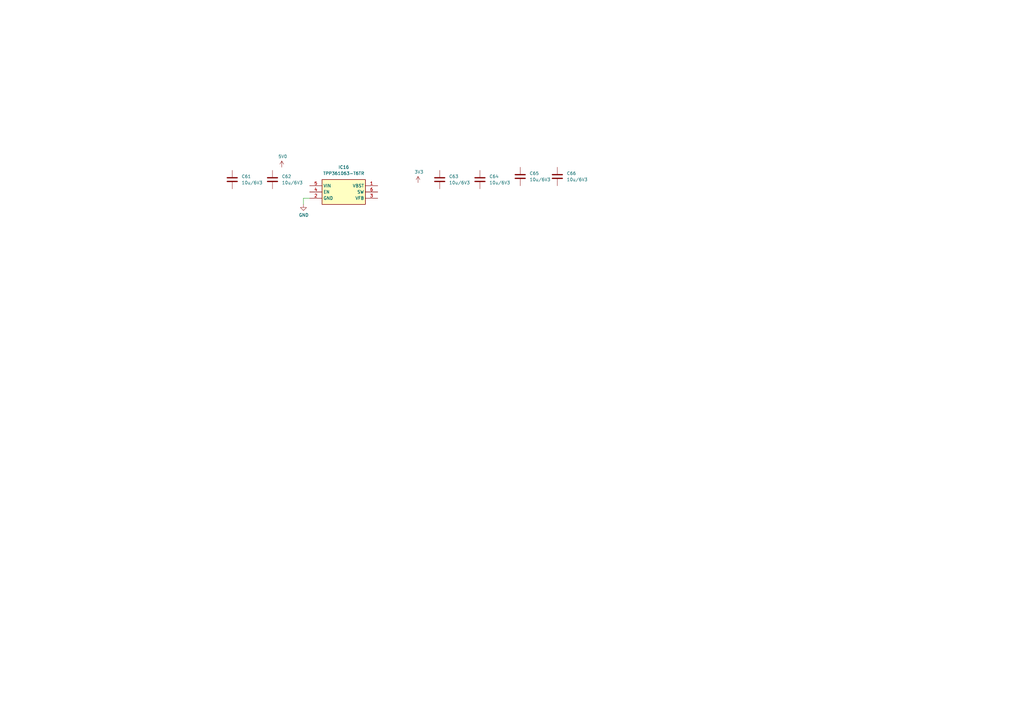
<source format=kicad_sch>
(kicad_sch (version 20250114) (generator "eeschema") (generator_version "9.0")
  (paper "A3")
  (lib_symbols
    (symbol "Device:C" (pin_numbers (hide yes)) (pin_names (offset 0.254))
      (property "Reference" "C" (at 0.635 2.54 0))
      (property "Value" "C" (at 0.635 -2.54 0))
      (symbol "C_0_1"
        (polyline (pts (xy -2.032 0.762) (xy 2.032 0.762)) (stroke (width 0.508)))
        (polyline (pts (xy -2.032 -0.762) (xy 2.032 -0.762)) (stroke (width 0.508)))
      )
      (symbol "C_1_1"
        (pin passive line (at 0 3.81 270) (length 2.794) (name "~") (number "1"))
        (pin passive line (at 0 -3.81 90) (length 2.794) (name "~") (number "2"))
      )
    )
    (symbol "SamacSys_Parts:TPP361063-T6TR"
      (property "Reference" "IC" (at 0.254 4.826 0))
      (property "Value" "TPP361063-T6TR" (at 0.254 2.286 0))
      (symbol "TPP361063-T6TR_1_1"
        (rectangle (start 0 0) (end 17.78 -10.16) (stroke (width 0.254)) (fill (type background)))
        (pin passive line (at -5.08 -2.54 0) (length 5.08) (name "VIN") (number "5"))
        (pin passive line (at -5.08 -5.08 0) (length 5.08) (name "EN") (number "4"))
        (pin passive line (at -5.08 -7.62 0) (length 5.08) (name "GND") (number "2"))
        (pin passive line (at 22.86 -2.54 180) (length 5.08) (name "VBST") (number "1"))
        (pin passive line (at 22.86 -5.08 180) (length 5.08) (name "SW") (number "6"))
        (pin passive line (at 22.86 -7.62 180) (length 5.08) (name "VFB") (number "3"))
      )
    )
    (symbol "power:+3V3" (power) (pin_names (offset 0))
      (property "Value" "+3V3" (at 0 3.556 0))
      (symbol "+3V3_0_1"
        (polyline (pts (xy -0.762 1.27) (xy 0 2.54)))
        (polyline (pts (xy 0 2.54) (xy 0.762 1.27)))
        (polyline (pts (xy 0 0) (xy 0 2.54)))
      )
      (symbol "+3V3_1_1"
        (pin power_in line (at 0 0 90) (length 0) (hide yes) (name "+3V3") (number "1"))
      )
    )
    (symbol "power:GND" (power) (pin_names (offset 0))
      (property "Value" "GND" (at 0 -3.81 0))
      (symbol "GND_0_1"
        (polyline (pts (xy 0 0) (xy 0 -1.27) (xy 1.27 -1.27) (xy 0 -2.54) (xy -1.27 -1.27) (xy 0 -1.27)))
      )
      (symbol "GND_1_1"
        (pin power_in line (at 0 0 270) (length 0) (hide yes) (name "GND") (number "1"))
      )
    )
  )
  (wire (pts (xy 124.46 81.28) (xy 127 81.28)))
  (wire (pts (xy 124.46 83.82) (xy 124.46 81.28)))
  (symbol (lib_id "power:+3V3") (at 115.57 68.58 0) (unit 1)
    (property "Reference" "#PWR056" (effects (hide yes)))
    (property "Value" "5V0" (at 115.951 64.1858 0))
  )
  (symbol (lib_id "Device:C") (at 196.85 73.66 0) (unit 1)
    (property "Reference" "C64" (at 200.66 72.3899 0) (effects (justify left)))
    (property "Value" "10u/6V3" (at 200.66 74.9299 0) (effects (justify left)))
    (property "Footprint" "Capacitor_SMD:C_0603_1608Metric" (effects (hide yes)))
    (property "Description" "Unpolarized capacitor" (effects (hide yes)))
  )
  (symbol (lib_id "Device:C") (at 228.6 72.39 0) (unit 1)
    (property "Reference" "C66" (at 232.41 71.1199 0) (effects (justify left)))
    (property "Value" "10u/6V3" (at 232.41 73.6599 0) (effects (justify left)))
    (property "Footprint" "Capacitor_SMD:C_0603_1608Metric" (effects (hide yes)))
    (property "Description" "Unpolarized capacitor" (effects (hide yes)))
  )
  (symbol (lib_id "Device:C") (at 180.34 73.66 0) (unit 1)
    (property "Reference" "C63" (at 184.15 72.3899 0) (effects (justify left)))
    (property "Value" "10u/6V3" (at 184.15 74.9299 0) (effects (justify left)))
    (property "Footprint" "Capacitor_SMD:C_0603_1608Metric" (effects (hide yes)))
    (property "Description" "Unpolarized capacitor" (effects (hide yes)))
  )
  (symbol (lib_id "Device:C") (at 111.76 73.66 0) (unit 1)
    (property "Reference" "C62" (at 115.57 72.3899 0) (effects (justify left)))
    (property "Value" "10u/6V3" (at 115.57 74.9299 0) (effects (justify left)))
    (property "Footprint" "Capacitor_SMD:C_0603_1608Metric" (effects (hide yes)))
    (property "Description" "Unpolarized capacitor" (effects (hide yes)))
  )
  (symbol (lib_id "power:GND") (at 124.46 83.82 0) (unit 1)
    (property "Reference" "#PWR057" (effects (hide yes)))
    (property "Value" "GND" (at 124.587 88.2142 0))
  )
  (symbol (lib_id "Device:C") (at 213.36 72.39 0) (unit 1)
    (property "Reference" "C65" (at 217.17 71.1199 0) (effects (justify left)))
    (property "Value" "10u/6V3" (at 217.17 73.6599 0) (effects (justify left)))
    (property "Footprint" "Capacitor_SMD:C_0603_1608Metric" (effects (hide yes)))
    (property "Description" "Unpolarized capacitor" (effects (hide yes)))
  )
  (symbol (lib_id "power:+3V3") (at 171.45 74.93 0) (unit 1)
    (property "Reference" "#PWR058" (effects (hide yes)))
    (property "Value" "3V3" (at 171.831 70.5358 0))
  )
  (symbol (lib_id "SamacSys_Parts:TPP361063-T6TR") (at 132.08 73.66 0) (unit 1)
    (property "Reference" "IC16" (at 140.97 68.58 0))
    (property "Value" "TPP361063-T6TR" (at 140.97 71.12 0))
    (property "Footprint" "SOT95P280X95-6N" (effects (hide yes)))
    (property "Datasheet" "https://static.3peak.com/res/doc/ds/Datasheet_TPP36106.pdf" (effects (hide yes)))
    (property "Description" "Step-Down DC-DC Voltage Converter IC TSOT23-6" (effects (hide yes)))
    (property "Height" "0.95" (effects (hide yes)))
    (property "Manufacturer_Name" "3Peak Incorporated" (effects (hide yes)))
    (property "Manufacturer_Part_Number" "TPP361063-T6TR" (effects (hide yes)))
  )
  (symbol (lib_id "Device:C") (at 95.25 73.66 0) (unit 1)
    (property "Reference" "C61" (at 99.06 72.3899 0) (effects (justify left)))
    (property "Value" "10u/6V3" (at 99.06 74.9299 0) (effects (justify left)))
    (property "Footprint" "Capacitor_SMD:C_0603_1608Metric" (effects (hide yes)))
    (property "Description" "Unpolarized capacitor" (effects (hide yes)))
  )
)
</source>
